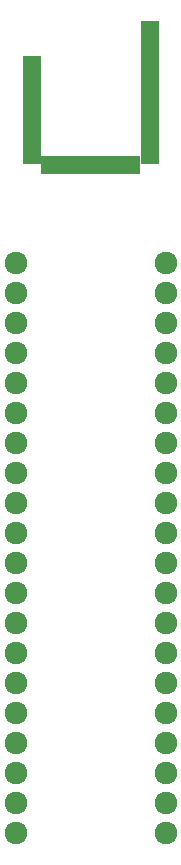
<source format=gts>
G04 #@! TF.FileFunction,Soldermask,Top*
%FSLAX46Y46*%
G04 Gerber Fmt 4.6, Leading zero omitted, Abs format (unit mm)*
G04 Created by KiCad (PCBNEW 4.0.4-stable) date *
%MOMM*%
%LPD*%
G01*
G04 APERTURE LIST*
%ADD10C,0.100000*%
%ADD11R,1.600000X0.900000*%
%ADD12R,0.900000X1.600000*%
%ADD13C,1.924000*%
G04 APERTURE END LIST*
D10*
D11*
X147000000Y-70500000D03*
X147000000Y-71250000D03*
X147000000Y-72000000D03*
X147000000Y-72750000D03*
X147000000Y-73500000D03*
X147000000Y-74250000D03*
X147000000Y-75000000D03*
X147000000Y-75750000D03*
X147000000Y-76500000D03*
X147000000Y-77250000D03*
X147000000Y-78000000D03*
X147000000Y-78750000D03*
D12*
X148250000Y-79300000D03*
X149000000Y-79300000D03*
X149750000Y-79300000D03*
X150500000Y-79300000D03*
X151250000Y-79300000D03*
X152000000Y-79300000D03*
X152750000Y-79300000D03*
X153500000Y-79300000D03*
X154250000Y-79300000D03*
X155000000Y-79300000D03*
X155750000Y-79300000D03*
D11*
X157000000Y-78750000D03*
X157000000Y-78000000D03*
X157000000Y-77250000D03*
X157000000Y-76500000D03*
X157000000Y-75750000D03*
X157000000Y-75000000D03*
X157000000Y-74250000D03*
X157000000Y-73500000D03*
X157000000Y-72750000D03*
X157000000Y-72000000D03*
X157000000Y-71250000D03*
X157000000Y-70500000D03*
X157000000Y-69750000D03*
X157000000Y-69000000D03*
X157000000Y-68250000D03*
X157000000Y-67500000D03*
D13*
X158350000Y-90140000D03*
X158350000Y-92680000D03*
X158350000Y-95220000D03*
X158350000Y-97760000D03*
X158350000Y-100300000D03*
X158350000Y-102840000D03*
X158350000Y-105380000D03*
X158350000Y-107920000D03*
X158350000Y-110460000D03*
X158350000Y-113000000D03*
X158350000Y-115540000D03*
X158350000Y-118080000D03*
X158350000Y-120620000D03*
X158350000Y-123160000D03*
X158350000Y-125700000D03*
X158350000Y-128240000D03*
X158350000Y-130780000D03*
X158350000Y-133320000D03*
X158350000Y-135860000D03*
X145650000Y-135860000D03*
X145650000Y-133320000D03*
X145650000Y-130780000D03*
X145650000Y-128240000D03*
X145650000Y-125700000D03*
X145650000Y-123160000D03*
X145650000Y-120620000D03*
X145650000Y-118080000D03*
X145650000Y-115540000D03*
X145650000Y-113000000D03*
X145650000Y-110460000D03*
X145650000Y-107920000D03*
X145650000Y-105380000D03*
X145650000Y-102840000D03*
X145650000Y-100300000D03*
X145650000Y-97760000D03*
X145650000Y-95220000D03*
X145650000Y-92680000D03*
X145650000Y-90140000D03*
X158350000Y-87600000D03*
X145650000Y-87600000D03*
M02*

</source>
